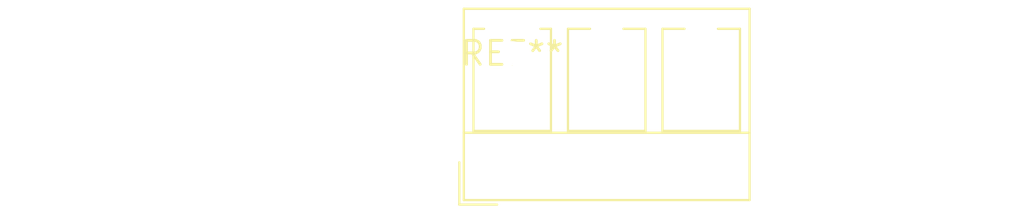
<source format=kicad_pcb>
(kicad_pcb (version 20240108) (generator pcbnew)
  (layers (0 "F.Cu" signal) (31 "B.Cu" signal) (34 "B.Paste" user) (35 "F.Paste" user) (36 "B.SilkS" user "B.Silkscreen") (37 "F.SilkS" user "F.Silkscreen") (38 "B.Mask" user) (39 "F.Mask" user) (44 "Edge.Cuts" user))
  (net 0 "")
  (footprint "TerminalBlock_RND_205-00277_1x03_P5.00mm_Vertical" (layer "F.Cu") (at 0 0)
    (property "Reference" "REF**")
    (property "Value" "TerminalBlock_RND_205-00277_1x03_P5.00mm_Vertical")
    (fp_line (start -2.8 5.76) (end -2.8 8) (layer "F.SilkS") (stroke (width 0.12)))
    (fp_line (start -2.8 8) (end -0.8 8) (layer "F.SilkS") (stroke (width 0.12)))
    (fp_line (start -2.56 -2.36) (end -2.56 7.76) (layer "F.SilkS") (stroke (width 0.12)))
    (fp_line (start -2.56 -2.36) (end 12.56 -2.36) (layer "F.SilkS") (stroke (width 0.12)))
    (fp_line (start -2.56 4.2) (end 12.56 4.2) (layer "F.SilkS") (stroke (width 0.12)))
    (fp_line (start -2.56 7.76) (end 12.56 7.76) (layer "F.SilkS") (stroke (width 0.12)))
    (fp_line (start -2.05 -1.3) (end -2.05 4.1) (layer "F.SilkS") (stroke (width 0.12)))
    (fp_line (start -2.05 -1.3) (end -1.49 -1.3) (layer "F.SilkS") (stroke (width 0.12)))
    (fp_line (start -2.05 4.1) (end 2.05 4.1) (layer "F.SilkS") (stroke (width 0.12)))
    (fp_line (start 1.49 -1.3) (end 2.05 -1.3) (layer "F.SilkS") (stroke (width 0.12)))
    (fp_line (start 2.05 -1.3) (end 2.05 4.1) (layer "F.SilkS") (stroke (width 0.12)))
    (fp_line (start 2.95 -1.3) (end 2.95 4.1) (layer "F.SilkS") (stroke (width 0.12)))
    (fp_line (start 2.95 -1.3) (end 4.117 -1.3) (layer "F.SilkS") (stroke (width 0.12)))
    (fp_line (start 2.95 4.1) (end 7.05 4.1) (layer "F.SilkS") (stroke (width 0.12)))
    (fp_line (start 5.884 -1.3) (end 7.05 -1.3) (layer "F.SilkS") (stroke (width 0.12)))
    (fp_line (start 7.05 -1.3) (end 7.05 4.1) (layer "F.SilkS") (stroke (width 0.12)))
    (fp_line (start 7.95 -1.3) (end 7.95 4.1) (layer "F.SilkS") (stroke (width 0.12)))
    (fp_line (start 7.95 -1.3) (end 9.117 -1.3) (layer "F.SilkS") (stroke (width 0.12)))
    (fp_line (start 7.95 4.1) (end 12.05 4.1) (layer "F.SilkS") (stroke (width 0.12)))
    (fp_line (start 10.884 -1.3) (end 12.05 -1.3) (layer "F.SilkS") (stroke (width 0.12)))
    (fp_line (start 12.05 -1.3) (end 12.05 4.1) (layer "F.SilkS") (stroke (width 0.12)))
    (fp_line (start 12.56 -2.36) (end 12.56 7.76) (layer "F.SilkS") (stroke (width 0.12)))
    (pad "1" thru_hole rect (at 0 0) (size 2.5 2.5) (drill 1.3) (layers *.Cu *.Mask) (remove_unused_layers))
    (pad "2" thru_hole circle (at 5 0) (size 2.5 2.5) (drill 1.3) (layers *.Cu *.Mask) (remove_unused_layers))
    (pad "3" thru_hole circle (at 10 0) (size 2.5 2.5) (drill 1.3) (layers *.Cu *.Mask) (remove_unused_layers))
  )
)
</source>
